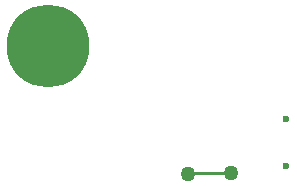
<source format=gbr>
%TF.GenerationSoftware,Altium Limited,Altium Designer,23.5.1 (21)*%
G04 Layer_Physical_Order=2*
G04 Layer_Color=16711680*
%FSLAX45Y45*%
%MOMM*%
%TF.SameCoordinates,4F0F0AB4-5C0D-4210-9CCF-4C3744BDD4F0*%
%TF.FilePolarity,Positive*%
%TF.FileFunction,Copper,L2,Bot,Signal*%
%TF.Part,Single*%
G01*
G75*
%TA.AperFunction,Conductor*%
%ADD13C,0.25400*%
%TA.AperFunction,ComponentPad*%
%ADD14C,7.00000*%
%ADD15C,1.00000*%
%TA.AperFunction,ViaPad*%
%ADD17C,1.27000*%
%TA.AperFunction,TestPad*%
%ADD18C,0.60000*%
D13*
X16170000Y2930000D02*
X16175000Y2935000D01*
X16525000D01*
X16530000Y2940000D01*
D14*
X14985616Y4014385D02*
D03*
D15*
Y3751885D02*
D03*
X14800000Y3828769D02*
D03*
X14723116Y4014385D02*
D03*
X15171231Y3828769D02*
D03*
X15248116Y4014385D02*
D03*
X15171231Y4200000D02*
D03*
X14985616Y4276885D02*
D03*
X14800000Y4200000D02*
D03*
D17*
X16530000Y2940000D02*
D03*
X16170000Y2930000D02*
D03*
D18*
X17000000Y3400000D02*
D03*
Y3000000D02*
D03*
%TF.MD5,d3300e15ab0def70c76b77816009eb32*%
M02*

</source>
